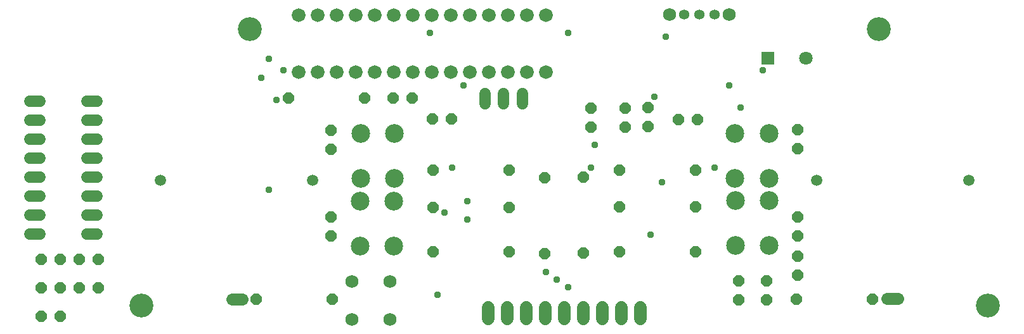
<source format=gbr>
G04 EAGLE Gerber RS-274X export*
G75*
%MOMM*%
%FSLAX34Y34*%
%LPD*%
%INSoldermask Bottom*%
%IPPOS*%
%AMOC8*
5,1,8,0,0,1.08239X$1,22.5*%
G01*
%ADD10C,3.203200*%
%ADD11P,1.649562X8X112.500000*%
%ADD12C,2.503200*%
%ADD13C,1.803200*%
%ADD14R,1.803200X1.803200*%
%ADD15P,1.649562X8X202.500000*%
%ADD16P,1.649562X8X22.500000*%
%ADD17C,1.727200*%
%ADD18C,1.524000*%
%ADD19C,1.727200*%
%ADD20C,1.828800*%
%ADD21C,1.361200*%
%ADD22P,1.649562X8X292.500000*%
%ADD23C,1.511200*%
%ADD24C,1.611200*%
%ADD25C,0.959600*%


D10*
X-420000Y410000D03*
X-565000Y40000D03*
X420000Y410000D03*
X565000Y40000D03*
D11*
X-311800Y133400D03*
X-311800Y158800D03*
X311400Y133400D03*
X311400Y158800D03*
X311400Y250100D03*
X311400Y275500D03*
X-311600Y249300D03*
X-311600Y274700D03*
X270200Y47500D03*
X270200Y72900D03*
X232900Y47700D03*
X232900Y73100D03*
X311400Y81200D03*
X311400Y106600D03*
D12*
X-272700Y119800D03*
X-227700Y119800D03*
X-272700Y179800D03*
X-227700Y179800D03*
X228000Y120400D03*
X273000Y120400D03*
X228000Y180400D03*
X273000Y180400D03*
X227800Y210400D03*
X272800Y210400D03*
X227800Y270400D03*
X272800Y270400D03*
X-272400Y210400D03*
X-227400Y210400D03*
X-272400Y270400D03*
X-227400Y270400D03*
D13*
X322200Y371600D03*
D14*
X271400Y371600D03*
D15*
X-151300Y290300D03*
X-176700Y290300D03*
D16*
X152100Y289100D03*
X177500Y289100D03*
D17*
X-233100Y21400D03*
X-283900Y21400D03*
X-283900Y72200D03*
X-233100Y72200D03*
D18*
X-81400Y310496D02*
X-81400Y323704D01*
X-56400Y323704D02*
X-56400Y310496D01*
X-106400Y310496D02*
X-106400Y323704D01*
D11*
X-26200Y109900D03*
X-26200Y211500D03*
X25500Y110400D03*
X25500Y212000D03*
D15*
X-73700Y112000D03*
X-175300Y112000D03*
X175300Y172000D03*
X73700Y172000D03*
X175300Y112000D03*
X73700Y112000D03*
X-73700Y171200D03*
X-175300Y171200D03*
D16*
X-175300Y221200D03*
X-73700Y221200D03*
D15*
X175300Y221200D03*
X73700Y221200D03*
D19*
X-101600Y37320D02*
X-101600Y22080D01*
X-76200Y22080D02*
X-76200Y37320D01*
X-50800Y37320D02*
X-50800Y22080D01*
X-25400Y22080D02*
X-25400Y37320D01*
X0Y37320D02*
X0Y22080D01*
X25400Y22080D02*
X25400Y37320D01*
X50800Y37320D02*
X50800Y22080D01*
X76200Y22080D02*
X76200Y37320D01*
X101600Y37320D02*
X101600Y22080D01*
D20*
X-355300Y352800D03*
X-329900Y352800D03*
X-304500Y352800D03*
X-279100Y352800D03*
X-253700Y352800D03*
X-228300Y352800D03*
X-202900Y352800D03*
X-177500Y352800D03*
X-152100Y352800D03*
X-126700Y352800D03*
X-101300Y352800D03*
X-75900Y352800D03*
X-50500Y352800D03*
X-25100Y352800D03*
X-25100Y429000D03*
X-50500Y429000D03*
X-75900Y429000D03*
X-101300Y429000D03*
X-126700Y429000D03*
X-152100Y429000D03*
X-177500Y429000D03*
X-202900Y429000D03*
X-228300Y429000D03*
X-253700Y429000D03*
X-279100Y429000D03*
X-304500Y429000D03*
X-329900Y429000D03*
X-355300Y429000D03*
D17*
X140000Y430000D03*
D21*
X160000Y430000D03*
X180000Y430000D03*
X200000Y430000D03*
D17*
X220000Y430000D03*
D22*
X35100Y304600D03*
X35100Y279200D03*
X80800Y304400D03*
X80800Y279000D03*
D23*
X-336500Y207500D03*
X-539700Y207500D03*
X336500Y207500D03*
X539700Y207500D03*
D15*
X-266700Y317500D03*
X-368300Y317500D03*
D18*
X-624196Y135800D02*
X-637404Y135800D01*
X-637404Y161200D02*
X-624196Y161200D01*
X-624196Y288200D02*
X-637404Y288200D01*
X-637404Y313600D02*
X-624196Y313600D01*
X-624196Y186600D02*
X-637404Y186600D01*
X-637404Y212000D02*
X-624196Y212000D01*
X-624196Y262800D02*
X-637404Y262800D01*
X-637404Y237400D02*
X-624196Y237400D01*
X-700396Y313600D02*
X-713604Y313600D01*
X-713604Y288200D02*
X-700396Y288200D01*
X-700396Y262800D02*
X-713604Y262800D01*
X-713604Y237400D02*
X-700396Y237400D01*
X-700396Y212000D02*
X-713604Y212000D01*
X-713604Y186600D02*
X-700396Y186600D01*
X-700396Y161200D02*
X-713604Y161200D01*
X-713604Y135800D02*
X-700396Y135800D01*
D22*
X111600Y304800D03*
X111600Y279400D03*
D15*
X-622300Y101600D03*
X-647700Y101600D03*
X-673100Y101600D03*
X-698500Y101600D03*
D16*
X-698500Y63500D03*
X-673100Y63500D03*
D15*
X-622300Y63500D03*
X-647700Y63500D03*
D16*
X-698500Y25400D03*
X-673100Y25400D03*
D15*
X411400Y48300D03*
X309800Y48300D03*
D16*
X-411400Y48400D03*
X-309800Y48400D03*
D24*
X-429960Y48400D02*
X-444040Y48400D01*
X430960Y49200D02*
X445040Y49200D01*
D16*
X-228600Y317500D03*
X-203200Y317500D03*
D25*
X-150000Y225000D03*
X130000Y205000D03*
X-180000Y405000D03*
X5000Y405000D03*
X115000Y135000D03*
X135000Y400000D03*
X-160000Y165000D03*
X220000Y335000D03*
X-130000Y180000D03*
X-375000Y355000D03*
X-405000Y345000D03*
X-25000Y85000D03*
X5000Y65000D03*
X-10000Y75000D03*
X35000Y225000D03*
X-395000Y370000D03*
X-395000Y195000D03*
X-130000Y155000D03*
X-385000Y315000D03*
X40000Y255000D03*
X235000Y305000D03*
X200000Y225000D03*
X120000Y320000D03*
X265000Y355000D03*
X-170000Y55000D03*
X-135000Y335000D03*
M02*

</source>
